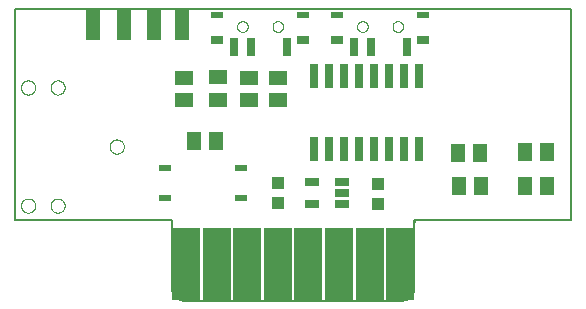
<source format=gtp>
G75*
%MOIN*%
%OFA0B0*%
%FSLAX25Y25*%
%IPPOS*%
%LPD*%
%AMOC8*
5,1,8,0,0,1.08239X$1,22.5*
%
%ADD10C,0.00004*%
%ADD11C,0.00600*%
%ADD12R,0.02600X0.08000*%
%ADD13C,0.00000*%
%ADD14R,0.03937X0.02362*%
%ADD15R,0.05118X0.06299*%
%ADD16R,0.06299X0.05118*%
%ADD17R,0.02756X0.05906*%
%ADD18R,0.03937X0.03150*%
%ADD19R,0.05000X0.10000*%
%ADD20R,0.09449X0.23976*%
%ADD21R,0.04724X0.02717*%
%ADD22R,0.03937X0.04331*%
D10*
X0145979Y0053933D02*
X0145891Y0054433D01*
D11*
X0065091Y0054433D02*
X0065091Y0032433D01*
X0065079Y0032301D01*
X0065072Y0032169D01*
X0065068Y0032036D01*
X0065069Y0031904D01*
X0065073Y0031771D01*
X0065081Y0031639D01*
X0065093Y0031507D01*
X0065109Y0031375D01*
X0065129Y0031244D01*
X0065153Y0031114D01*
X0065181Y0030984D01*
X0065212Y0030855D01*
X0065248Y0030727D01*
X0065287Y0030601D01*
X0065330Y0030475D01*
X0065376Y0030351D01*
X0065426Y0030229D01*
X0065480Y0030107D01*
X0065538Y0029988D01*
X0065598Y0029870D01*
X0065663Y0029754D01*
X0065731Y0029640D01*
X0065802Y0029528D01*
X0065876Y0029419D01*
X0065954Y0029311D01*
X0066034Y0029206D01*
X0066118Y0029103D01*
X0066205Y0029003D01*
X0066295Y0028906D01*
X0066387Y0028811D01*
X0066483Y0028719D01*
X0066581Y0028630D01*
X0066682Y0028543D01*
X0066785Y0028460D01*
X0066890Y0028380D01*
X0066998Y0028303D01*
X0067108Y0028229D01*
X0067221Y0028159D01*
X0067335Y0028092D01*
X0067451Y0028028D01*
X0067570Y0027968D01*
X0067689Y0027911D01*
X0067811Y0027858D01*
X0067934Y0027809D01*
X0068058Y0027763D01*
X0068184Y0027721D01*
X0068311Y0027682D01*
X0068439Y0027648D01*
X0068568Y0027617D01*
X0068698Y0027590D01*
X0068828Y0027567D01*
X0068959Y0027548D01*
X0069091Y0027533D01*
X0141891Y0027533D01*
X0142023Y0027548D01*
X0142154Y0027567D01*
X0142284Y0027590D01*
X0142414Y0027617D01*
X0142543Y0027648D01*
X0142671Y0027682D01*
X0142798Y0027721D01*
X0142924Y0027763D01*
X0143048Y0027809D01*
X0143171Y0027858D01*
X0143293Y0027911D01*
X0143412Y0027968D01*
X0143531Y0028028D01*
X0143647Y0028092D01*
X0143761Y0028159D01*
X0143874Y0028229D01*
X0143984Y0028303D01*
X0144092Y0028380D01*
X0144197Y0028460D01*
X0144300Y0028543D01*
X0144401Y0028630D01*
X0144499Y0028719D01*
X0144595Y0028811D01*
X0144687Y0028906D01*
X0144777Y0029003D01*
X0144864Y0029103D01*
X0144948Y0029206D01*
X0145028Y0029311D01*
X0145106Y0029419D01*
X0145180Y0029528D01*
X0145251Y0029640D01*
X0145319Y0029754D01*
X0145384Y0029870D01*
X0145444Y0029988D01*
X0145502Y0030107D01*
X0145556Y0030229D01*
X0145606Y0030351D01*
X0145652Y0030475D01*
X0145695Y0030601D01*
X0145734Y0030727D01*
X0145770Y0030855D01*
X0145801Y0030984D01*
X0145829Y0031114D01*
X0145853Y0031244D01*
X0145873Y0031375D01*
X0145889Y0031507D01*
X0145901Y0031639D01*
X0145909Y0031771D01*
X0145913Y0031904D01*
X0145914Y0032036D01*
X0145910Y0032169D01*
X0145903Y0032301D01*
X0145891Y0032433D01*
X0145891Y0054433D01*
X0198241Y0054433D01*
X0198241Y0124933D01*
X0012741Y0124933D01*
X0012741Y0054433D01*
X0065091Y0054433D01*
D12*
X0112291Y0078233D03*
X0117291Y0078233D03*
X0122291Y0078233D03*
X0127291Y0078233D03*
X0132291Y0078233D03*
X0137291Y0078233D03*
X0142291Y0078233D03*
X0147291Y0078233D03*
X0147291Y0102433D03*
X0142291Y0102433D03*
X0137291Y0102433D03*
X0132291Y0102433D03*
X0127291Y0102433D03*
X0122291Y0102433D03*
X0117291Y0102433D03*
X0112291Y0102433D03*
D13*
X0098624Y0118933D02*
X0098626Y0119017D01*
X0098632Y0119100D01*
X0098642Y0119183D01*
X0098656Y0119266D01*
X0098673Y0119348D01*
X0098695Y0119429D01*
X0098720Y0119508D01*
X0098749Y0119587D01*
X0098782Y0119664D01*
X0098818Y0119739D01*
X0098858Y0119813D01*
X0098901Y0119885D01*
X0098948Y0119954D01*
X0098998Y0120021D01*
X0099051Y0120086D01*
X0099107Y0120148D01*
X0099165Y0120208D01*
X0099227Y0120265D01*
X0099291Y0120318D01*
X0099358Y0120369D01*
X0099427Y0120416D01*
X0099498Y0120461D01*
X0099571Y0120501D01*
X0099646Y0120538D01*
X0099723Y0120572D01*
X0099801Y0120602D01*
X0099880Y0120628D01*
X0099961Y0120651D01*
X0100043Y0120669D01*
X0100125Y0120684D01*
X0100208Y0120695D01*
X0100291Y0120702D01*
X0100375Y0120705D01*
X0100459Y0120704D01*
X0100542Y0120699D01*
X0100626Y0120690D01*
X0100708Y0120677D01*
X0100790Y0120661D01*
X0100871Y0120640D01*
X0100952Y0120616D01*
X0101030Y0120588D01*
X0101108Y0120556D01*
X0101184Y0120520D01*
X0101258Y0120481D01*
X0101330Y0120439D01*
X0101400Y0120393D01*
X0101468Y0120344D01*
X0101533Y0120292D01*
X0101596Y0120237D01*
X0101656Y0120179D01*
X0101714Y0120118D01*
X0101768Y0120054D01*
X0101820Y0119988D01*
X0101868Y0119920D01*
X0101913Y0119849D01*
X0101954Y0119776D01*
X0101993Y0119702D01*
X0102027Y0119626D01*
X0102058Y0119548D01*
X0102085Y0119469D01*
X0102109Y0119388D01*
X0102128Y0119307D01*
X0102144Y0119225D01*
X0102156Y0119142D01*
X0102164Y0119058D01*
X0102168Y0118975D01*
X0102168Y0118891D01*
X0102164Y0118808D01*
X0102156Y0118724D01*
X0102144Y0118641D01*
X0102128Y0118559D01*
X0102109Y0118478D01*
X0102085Y0118397D01*
X0102058Y0118318D01*
X0102027Y0118240D01*
X0101993Y0118164D01*
X0101954Y0118090D01*
X0101913Y0118017D01*
X0101868Y0117946D01*
X0101820Y0117878D01*
X0101768Y0117812D01*
X0101714Y0117748D01*
X0101656Y0117687D01*
X0101596Y0117629D01*
X0101533Y0117574D01*
X0101468Y0117522D01*
X0101400Y0117473D01*
X0101330Y0117427D01*
X0101258Y0117385D01*
X0101184Y0117346D01*
X0101108Y0117310D01*
X0101030Y0117278D01*
X0100952Y0117250D01*
X0100871Y0117226D01*
X0100790Y0117205D01*
X0100708Y0117189D01*
X0100626Y0117176D01*
X0100542Y0117167D01*
X0100459Y0117162D01*
X0100375Y0117161D01*
X0100291Y0117164D01*
X0100208Y0117171D01*
X0100125Y0117182D01*
X0100043Y0117197D01*
X0099961Y0117215D01*
X0099880Y0117238D01*
X0099801Y0117264D01*
X0099723Y0117294D01*
X0099646Y0117328D01*
X0099571Y0117365D01*
X0099498Y0117405D01*
X0099427Y0117450D01*
X0099358Y0117497D01*
X0099291Y0117548D01*
X0099227Y0117601D01*
X0099165Y0117658D01*
X0099107Y0117718D01*
X0099051Y0117780D01*
X0098998Y0117845D01*
X0098948Y0117912D01*
X0098901Y0117981D01*
X0098858Y0118053D01*
X0098818Y0118127D01*
X0098782Y0118202D01*
X0098749Y0118279D01*
X0098720Y0118358D01*
X0098695Y0118437D01*
X0098673Y0118518D01*
X0098656Y0118600D01*
X0098642Y0118683D01*
X0098632Y0118766D01*
X0098626Y0118849D01*
X0098624Y0118933D01*
X0086813Y0118933D02*
X0086815Y0119017D01*
X0086821Y0119100D01*
X0086831Y0119183D01*
X0086845Y0119266D01*
X0086862Y0119348D01*
X0086884Y0119429D01*
X0086909Y0119508D01*
X0086938Y0119587D01*
X0086971Y0119664D01*
X0087007Y0119739D01*
X0087047Y0119813D01*
X0087090Y0119885D01*
X0087137Y0119954D01*
X0087187Y0120021D01*
X0087240Y0120086D01*
X0087296Y0120148D01*
X0087354Y0120208D01*
X0087416Y0120265D01*
X0087480Y0120318D01*
X0087547Y0120369D01*
X0087616Y0120416D01*
X0087687Y0120461D01*
X0087760Y0120501D01*
X0087835Y0120538D01*
X0087912Y0120572D01*
X0087990Y0120602D01*
X0088069Y0120628D01*
X0088150Y0120651D01*
X0088232Y0120669D01*
X0088314Y0120684D01*
X0088397Y0120695D01*
X0088480Y0120702D01*
X0088564Y0120705D01*
X0088648Y0120704D01*
X0088731Y0120699D01*
X0088815Y0120690D01*
X0088897Y0120677D01*
X0088979Y0120661D01*
X0089060Y0120640D01*
X0089141Y0120616D01*
X0089219Y0120588D01*
X0089297Y0120556D01*
X0089373Y0120520D01*
X0089447Y0120481D01*
X0089519Y0120439D01*
X0089589Y0120393D01*
X0089657Y0120344D01*
X0089722Y0120292D01*
X0089785Y0120237D01*
X0089845Y0120179D01*
X0089903Y0120118D01*
X0089957Y0120054D01*
X0090009Y0119988D01*
X0090057Y0119920D01*
X0090102Y0119849D01*
X0090143Y0119776D01*
X0090182Y0119702D01*
X0090216Y0119626D01*
X0090247Y0119548D01*
X0090274Y0119469D01*
X0090298Y0119388D01*
X0090317Y0119307D01*
X0090333Y0119225D01*
X0090345Y0119142D01*
X0090353Y0119058D01*
X0090357Y0118975D01*
X0090357Y0118891D01*
X0090353Y0118808D01*
X0090345Y0118724D01*
X0090333Y0118641D01*
X0090317Y0118559D01*
X0090298Y0118478D01*
X0090274Y0118397D01*
X0090247Y0118318D01*
X0090216Y0118240D01*
X0090182Y0118164D01*
X0090143Y0118090D01*
X0090102Y0118017D01*
X0090057Y0117946D01*
X0090009Y0117878D01*
X0089957Y0117812D01*
X0089903Y0117748D01*
X0089845Y0117687D01*
X0089785Y0117629D01*
X0089722Y0117574D01*
X0089657Y0117522D01*
X0089589Y0117473D01*
X0089519Y0117427D01*
X0089447Y0117385D01*
X0089373Y0117346D01*
X0089297Y0117310D01*
X0089219Y0117278D01*
X0089141Y0117250D01*
X0089060Y0117226D01*
X0088979Y0117205D01*
X0088897Y0117189D01*
X0088815Y0117176D01*
X0088731Y0117167D01*
X0088648Y0117162D01*
X0088564Y0117161D01*
X0088480Y0117164D01*
X0088397Y0117171D01*
X0088314Y0117182D01*
X0088232Y0117197D01*
X0088150Y0117215D01*
X0088069Y0117238D01*
X0087990Y0117264D01*
X0087912Y0117294D01*
X0087835Y0117328D01*
X0087760Y0117365D01*
X0087687Y0117405D01*
X0087616Y0117450D01*
X0087547Y0117497D01*
X0087480Y0117548D01*
X0087416Y0117601D01*
X0087354Y0117658D01*
X0087296Y0117718D01*
X0087240Y0117780D01*
X0087187Y0117845D01*
X0087137Y0117912D01*
X0087090Y0117981D01*
X0087047Y0118053D01*
X0087007Y0118127D01*
X0086971Y0118202D01*
X0086938Y0118279D01*
X0086909Y0118358D01*
X0086884Y0118437D01*
X0086862Y0118518D01*
X0086845Y0118600D01*
X0086831Y0118683D01*
X0086821Y0118766D01*
X0086815Y0118849D01*
X0086813Y0118933D01*
X0126813Y0118933D02*
X0126815Y0119017D01*
X0126821Y0119100D01*
X0126831Y0119183D01*
X0126845Y0119266D01*
X0126862Y0119348D01*
X0126884Y0119429D01*
X0126909Y0119508D01*
X0126938Y0119587D01*
X0126971Y0119664D01*
X0127007Y0119739D01*
X0127047Y0119813D01*
X0127090Y0119885D01*
X0127137Y0119954D01*
X0127187Y0120021D01*
X0127240Y0120086D01*
X0127296Y0120148D01*
X0127354Y0120208D01*
X0127416Y0120265D01*
X0127480Y0120318D01*
X0127547Y0120369D01*
X0127616Y0120416D01*
X0127687Y0120461D01*
X0127760Y0120501D01*
X0127835Y0120538D01*
X0127912Y0120572D01*
X0127990Y0120602D01*
X0128069Y0120628D01*
X0128150Y0120651D01*
X0128232Y0120669D01*
X0128314Y0120684D01*
X0128397Y0120695D01*
X0128480Y0120702D01*
X0128564Y0120705D01*
X0128648Y0120704D01*
X0128731Y0120699D01*
X0128815Y0120690D01*
X0128897Y0120677D01*
X0128979Y0120661D01*
X0129060Y0120640D01*
X0129141Y0120616D01*
X0129219Y0120588D01*
X0129297Y0120556D01*
X0129373Y0120520D01*
X0129447Y0120481D01*
X0129519Y0120439D01*
X0129589Y0120393D01*
X0129657Y0120344D01*
X0129722Y0120292D01*
X0129785Y0120237D01*
X0129845Y0120179D01*
X0129903Y0120118D01*
X0129957Y0120054D01*
X0130009Y0119988D01*
X0130057Y0119920D01*
X0130102Y0119849D01*
X0130143Y0119776D01*
X0130182Y0119702D01*
X0130216Y0119626D01*
X0130247Y0119548D01*
X0130274Y0119469D01*
X0130298Y0119388D01*
X0130317Y0119307D01*
X0130333Y0119225D01*
X0130345Y0119142D01*
X0130353Y0119058D01*
X0130357Y0118975D01*
X0130357Y0118891D01*
X0130353Y0118808D01*
X0130345Y0118724D01*
X0130333Y0118641D01*
X0130317Y0118559D01*
X0130298Y0118478D01*
X0130274Y0118397D01*
X0130247Y0118318D01*
X0130216Y0118240D01*
X0130182Y0118164D01*
X0130143Y0118090D01*
X0130102Y0118017D01*
X0130057Y0117946D01*
X0130009Y0117878D01*
X0129957Y0117812D01*
X0129903Y0117748D01*
X0129845Y0117687D01*
X0129785Y0117629D01*
X0129722Y0117574D01*
X0129657Y0117522D01*
X0129589Y0117473D01*
X0129519Y0117427D01*
X0129447Y0117385D01*
X0129373Y0117346D01*
X0129297Y0117310D01*
X0129219Y0117278D01*
X0129141Y0117250D01*
X0129060Y0117226D01*
X0128979Y0117205D01*
X0128897Y0117189D01*
X0128815Y0117176D01*
X0128731Y0117167D01*
X0128648Y0117162D01*
X0128564Y0117161D01*
X0128480Y0117164D01*
X0128397Y0117171D01*
X0128314Y0117182D01*
X0128232Y0117197D01*
X0128150Y0117215D01*
X0128069Y0117238D01*
X0127990Y0117264D01*
X0127912Y0117294D01*
X0127835Y0117328D01*
X0127760Y0117365D01*
X0127687Y0117405D01*
X0127616Y0117450D01*
X0127547Y0117497D01*
X0127480Y0117548D01*
X0127416Y0117601D01*
X0127354Y0117658D01*
X0127296Y0117718D01*
X0127240Y0117780D01*
X0127187Y0117845D01*
X0127137Y0117912D01*
X0127090Y0117981D01*
X0127047Y0118053D01*
X0127007Y0118127D01*
X0126971Y0118202D01*
X0126938Y0118279D01*
X0126909Y0118358D01*
X0126884Y0118437D01*
X0126862Y0118518D01*
X0126845Y0118600D01*
X0126831Y0118683D01*
X0126821Y0118766D01*
X0126815Y0118849D01*
X0126813Y0118933D01*
X0138624Y0118933D02*
X0138626Y0119017D01*
X0138632Y0119100D01*
X0138642Y0119183D01*
X0138656Y0119266D01*
X0138673Y0119348D01*
X0138695Y0119429D01*
X0138720Y0119508D01*
X0138749Y0119587D01*
X0138782Y0119664D01*
X0138818Y0119739D01*
X0138858Y0119813D01*
X0138901Y0119885D01*
X0138948Y0119954D01*
X0138998Y0120021D01*
X0139051Y0120086D01*
X0139107Y0120148D01*
X0139165Y0120208D01*
X0139227Y0120265D01*
X0139291Y0120318D01*
X0139358Y0120369D01*
X0139427Y0120416D01*
X0139498Y0120461D01*
X0139571Y0120501D01*
X0139646Y0120538D01*
X0139723Y0120572D01*
X0139801Y0120602D01*
X0139880Y0120628D01*
X0139961Y0120651D01*
X0140043Y0120669D01*
X0140125Y0120684D01*
X0140208Y0120695D01*
X0140291Y0120702D01*
X0140375Y0120705D01*
X0140459Y0120704D01*
X0140542Y0120699D01*
X0140626Y0120690D01*
X0140708Y0120677D01*
X0140790Y0120661D01*
X0140871Y0120640D01*
X0140952Y0120616D01*
X0141030Y0120588D01*
X0141108Y0120556D01*
X0141184Y0120520D01*
X0141258Y0120481D01*
X0141330Y0120439D01*
X0141400Y0120393D01*
X0141468Y0120344D01*
X0141533Y0120292D01*
X0141596Y0120237D01*
X0141656Y0120179D01*
X0141714Y0120118D01*
X0141768Y0120054D01*
X0141820Y0119988D01*
X0141868Y0119920D01*
X0141913Y0119849D01*
X0141954Y0119776D01*
X0141993Y0119702D01*
X0142027Y0119626D01*
X0142058Y0119548D01*
X0142085Y0119469D01*
X0142109Y0119388D01*
X0142128Y0119307D01*
X0142144Y0119225D01*
X0142156Y0119142D01*
X0142164Y0119058D01*
X0142168Y0118975D01*
X0142168Y0118891D01*
X0142164Y0118808D01*
X0142156Y0118724D01*
X0142144Y0118641D01*
X0142128Y0118559D01*
X0142109Y0118478D01*
X0142085Y0118397D01*
X0142058Y0118318D01*
X0142027Y0118240D01*
X0141993Y0118164D01*
X0141954Y0118090D01*
X0141913Y0118017D01*
X0141868Y0117946D01*
X0141820Y0117878D01*
X0141768Y0117812D01*
X0141714Y0117748D01*
X0141656Y0117687D01*
X0141596Y0117629D01*
X0141533Y0117574D01*
X0141468Y0117522D01*
X0141400Y0117473D01*
X0141330Y0117427D01*
X0141258Y0117385D01*
X0141184Y0117346D01*
X0141108Y0117310D01*
X0141030Y0117278D01*
X0140952Y0117250D01*
X0140871Y0117226D01*
X0140790Y0117205D01*
X0140708Y0117189D01*
X0140626Y0117176D01*
X0140542Y0117167D01*
X0140459Y0117162D01*
X0140375Y0117161D01*
X0140291Y0117164D01*
X0140208Y0117171D01*
X0140125Y0117182D01*
X0140043Y0117197D01*
X0139961Y0117215D01*
X0139880Y0117238D01*
X0139801Y0117264D01*
X0139723Y0117294D01*
X0139646Y0117328D01*
X0139571Y0117365D01*
X0139498Y0117405D01*
X0139427Y0117450D01*
X0139358Y0117497D01*
X0139291Y0117548D01*
X0139227Y0117601D01*
X0139165Y0117658D01*
X0139107Y0117718D01*
X0139051Y0117780D01*
X0138998Y0117845D01*
X0138948Y0117912D01*
X0138901Y0117981D01*
X0138858Y0118053D01*
X0138818Y0118127D01*
X0138782Y0118202D01*
X0138749Y0118279D01*
X0138720Y0118358D01*
X0138695Y0118437D01*
X0138673Y0118518D01*
X0138656Y0118600D01*
X0138642Y0118683D01*
X0138632Y0118766D01*
X0138626Y0118849D01*
X0138624Y0118933D01*
X0044314Y0078933D02*
X0044316Y0079030D01*
X0044322Y0079127D01*
X0044332Y0079223D01*
X0044346Y0079319D01*
X0044364Y0079415D01*
X0044385Y0079509D01*
X0044411Y0079603D01*
X0044440Y0079695D01*
X0044474Y0079786D01*
X0044510Y0079876D01*
X0044551Y0079964D01*
X0044595Y0080050D01*
X0044643Y0080135D01*
X0044694Y0080217D01*
X0044748Y0080298D01*
X0044806Y0080376D01*
X0044867Y0080451D01*
X0044930Y0080524D01*
X0044997Y0080595D01*
X0045067Y0080662D01*
X0045139Y0080727D01*
X0045214Y0080788D01*
X0045292Y0080847D01*
X0045371Y0080902D01*
X0045453Y0080954D01*
X0045537Y0081002D01*
X0045623Y0081047D01*
X0045711Y0081089D01*
X0045800Y0081127D01*
X0045891Y0081161D01*
X0045983Y0081191D01*
X0046076Y0081218D01*
X0046171Y0081240D01*
X0046266Y0081259D01*
X0046362Y0081274D01*
X0046458Y0081285D01*
X0046555Y0081292D01*
X0046652Y0081295D01*
X0046749Y0081294D01*
X0046846Y0081289D01*
X0046942Y0081280D01*
X0047038Y0081267D01*
X0047134Y0081250D01*
X0047229Y0081229D01*
X0047322Y0081205D01*
X0047415Y0081176D01*
X0047507Y0081144D01*
X0047597Y0081108D01*
X0047685Y0081069D01*
X0047772Y0081025D01*
X0047857Y0080979D01*
X0047940Y0080928D01*
X0048021Y0080875D01*
X0048099Y0080818D01*
X0048176Y0080758D01*
X0048249Y0080695D01*
X0048320Y0080629D01*
X0048388Y0080560D01*
X0048454Y0080488D01*
X0048516Y0080414D01*
X0048575Y0080337D01*
X0048631Y0080258D01*
X0048684Y0080176D01*
X0048734Y0080093D01*
X0048779Y0080007D01*
X0048822Y0079920D01*
X0048861Y0079831D01*
X0048896Y0079741D01*
X0048927Y0079649D01*
X0048954Y0079556D01*
X0048978Y0079462D01*
X0048998Y0079367D01*
X0049014Y0079271D01*
X0049026Y0079175D01*
X0049034Y0079078D01*
X0049038Y0078981D01*
X0049038Y0078885D01*
X0049034Y0078788D01*
X0049026Y0078691D01*
X0049014Y0078595D01*
X0048998Y0078499D01*
X0048978Y0078404D01*
X0048954Y0078310D01*
X0048927Y0078217D01*
X0048896Y0078125D01*
X0048861Y0078035D01*
X0048822Y0077946D01*
X0048779Y0077859D01*
X0048734Y0077773D01*
X0048684Y0077690D01*
X0048631Y0077608D01*
X0048575Y0077529D01*
X0048516Y0077452D01*
X0048454Y0077378D01*
X0048388Y0077306D01*
X0048320Y0077237D01*
X0048249Y0077171D01*
X0048176Y0077108D01*
X0048099Y0077048D01*
X0048021Y0076991D01*
X0047940Y0076938D01*
X0047857Y0076887D01*
X0047772Y0076841D01*
X0047685Y0076797D01*
X0047597Y0076758D01*
X0047507Y0076722D01*
X0047415Y0076690D01*
X0047322Y0076661D01*
X0047229Y0076637D01*
X0047134Y0076616D01*
X0047038Y0076599D01*
X0046942Y0076586D01*
X0046846Y0076577D01*
X0046749Y0076572D01*
X0046652Y0076571D01*
X0046555Y0076574D01*
X0046458Y0076581D01*
X0046362Y0076592D01*
X0046266Y0076607D01*
X0046171Y0076626D01*
X0046076Y0076648D01*
X0045983Y0076675D01*
X0045891Y0076705D01*
X0045800Y0076739D01*
X0045711Y0076777D01*
X0045623Y0076819D01*
X0045537Y0076864D01*
X0045453Y0076912D01*
X0045371Y0076964D01*
X0045292Y0077019D01*
X0045214Y0077078D01*
X0045139Y0077139D01*
X0045067Y0077204D01*
X0044997Y0077271D01*
X0044930Y0077342D01*
X0044867Y0077415D01*
X0044806Y0077490D01*
X0044748Y0077568D01*
X0044694Y0077649D01*
X0044643Y0077731D01*
X0044595Y0077816D01*
X0044551Y0077902D01*
X0044510Y0077990D01*
X0044474Y0078080D01*
X0044440Y0078171D01*
X0044411Y0078263D01*
X0044385Y0078357D01*
X0044364Y0078451D01*
X0044346Y0078547D01*
X0044332Y0078643D01*
X0044322Y0078739D01*
X0044316Y0078836D01*
X0044314Y0078933D01*
X0024629Y0059248D02*
X0024631Y0059345D01*
X0024637Y0059442D01*
X0024647Y0059538D01*
X0024661Y0059634D01*
X0024679Y0059730D01*
X0024700Y0059824D01*
X0024726Y0059918D01*
X0024755Y0060010D01*
X0024789Y0060101D01*
X0024825Y0060191D01*
X0024866Y0060279D01*
X0024910Y0060365D01*
X0024958Y0060450D01*
X0025009Y0060532D01*
X0025063Y0060613D01*
X0025121Y0060691D01*
X0025182Y0060766D01*
X0025245Y0060839D01*
X0025312Y0060910D01*
X0025382Y0060977D01*
X0025454Y0061042D01*
X0025529Y0061103D01*
X0025607Y0061162D01*
X0025686Y0061217D01*
X0025768Y0061269D01*
X0025852Y0061317D01*
X0025938Y0061362D01*
X0026026Y0061404D01*
X0026115Y0061442D01*
X0026206Y0061476D01*
X0026298Y0061506D01*
X0026391Y0061533D01*
X0026486Y0061555D01*
X0026581Y0061574D01*
X0026677Y0061589D01*
X0026773Y0061600D01*
X0026870Y0061607D01*
X0026967Y0061610D01*
X0027064Y0061609D01*
X0027161Y0061604D01*
X0027257Y0061595D01*
X0027353Y0061582D01*
X0027449Y0061565D01*
X0027544Y0061544D01*
X0027637Y0061520D01*
X0027730Y0061491D01*
X0027822Y0061459D01*
X0027912Y0061423D01*
X0028000Y0061384D01*
X0028087Y0061340D01*
X0028172Y0061294D01*
X0028255Y0061243D01*
X0028336Y0061190D01*
X0028414Y0061133D01*
X0028491Y0061073D01*
X0028564Y0061010D01*
X0028635Y0060944D01*
X0028703Y0060875D01*
X0028769Y0060803D01*
X0028831Y0060729D01*
X0028890Y0060652D01*
X0028946Y0060573D01*
X0028999Y0060491D01*
X0029049Y0060408D01*
X0029094Y0060322D01*
X0029137Y0060235D01*
X0029176Y0060146D01*
X0029211Y0060056D01*
X0029242Y0059964D01*
X0029269Y0059871D01*
X0029293Y0059777D01*
X0029313Y0059682D01*
X0029329Y0059586D01*
X0029341Y0059490D01*
X0029349Y0059393D01*
X0029353Y0059296D01*
X0029353Y0059200D01*
X0029349Y0059103D01*
X0029341Y0059006D01*
X0029329Y0058910D01*
X0029313Y0058814D01*
X0029293Y0058719D01*
X0029269Y0058625D01*
X0029242Y0058532D01*
X0029211Y0058440D01*
X0029176Y0058350D01*
X0029137Y0058261D01*
X0029094Y0058174D01*
X0029049Y0058088D01*
X0028999Y0058005D01*
X0028946Y0057923D01*
X0028890Y0057844D01*
X0028831Y0057767D01*
X0028769Y0057693D01*
X0028703Y0057621D01*
X0028635Y0057552D01*
X0028564Y0057486D01*
X0028491Y0057423D01*
X0028414Y0057363D01*
X0028336Y0057306D01*
X0028255Y0057253D01*
X0028172Y0057202D01*
X0028087Y0057156D01*
X0028000Y0057112D01*
X0027912Y0057073D01*
X0027822Y0057037D01*
X0027730Y0057005D01*
X0027637Y0056976D01*
X0027544Y0056952D01*
X0027449Y0056931D01*
X0027353Y0056914D01*
X0027257Y0056901D01*
X0027161Y0056892D01*
X0027064Y0056887D01*
X0026967Y0056886D01*
X0026870Y0056889D01*
X0026773Y0056896D01*
X0026677Y0056907D01*
X0026581Y0056922D01*
X0026486Y0056941D01*
X0026391Y0056963D01*
X0026298Y0056990D01*
X0026206Y0057020D01*
X0026115Y0057054D01*
X0026026Y0057092D01*
X0025938Y0057134D01*
X0025852Y0057179D01*
X0025768Y0057227D01*
X0025686Y0057279D01*
X0025607Y0057334D01*
X0025529Y0057393D01*
X0025454Y0057454D01*
X0025382Y0057519D01*
X0025312Y0057586D01*
X0025245Y0057657D01*
X0025182Y0057730D01*
X0025121Y0057805D01*
X0025063Y0057883D01*
X0025009Y0057964D01*
X0024958Y0058046D01*
X0024910Y0058131D01*
X0024866Y0058217D01*
X0024825Y0058305D01*
X0024789Y0058395D01*
X0024755Y0058486D01*
X0024726Y0058578D01*
X0024700Y0058672D01*
X0024679Y0058766D01*
X0024661Y0058862D01*
X0024647Y0058958D01*
X0024637Y0059054D01*
X0024631Y0059151D01*
X0024629Y0059248D01*
X0014786Y0059248D02*
X0014788Y0059345D01*
X0014794Y0059442D01*
X0014804Y0059538D01*
X0014818Y0059634D01*
X0014836Y0059730D01*
X0014857Y0059824D01*
X0014883Y0059918D01*
X0014912Y0060010D01*
X0014946Y0060101D01*
X0014982Y0060191D01*
X0015023Y0060279D01*
X0015067Y0060365D01*
X0015115Y0060450D01*
X0015166Y0060532D01*
X0015220Y0060613D01*
X0015278Y0060691D01*
X0015339Y0060766D01*
X0015402Y0060839D01*
X0015469Y0060910D01*
X0015539Y0060977D01*
X0015611Y0061042D01*
X0015686Y0061103D01*
X0015764Y0061162D01*
X0015843Y0061217D01*
X0015925Y0061269D01*
X0016009Y0061317D01*
X0016095Y0061362D01*
X0016183Y0061404D01*
X0016272Y0061442D01*
X0016363Y0061476D01*
X0016455Y0061506D01*
X0016548Y0061533D01*
X0016643Y0061555D01*
X0016738Y0061574D01*
X0016834Y0061589D01*
X0016930Y0061600D01*
X0017027Y0061607D01*
X0017124Y0061610D01*
X0017221Y0061609D01*
X0017318Y0061604D01*
X0017414Y0061595D01*
X0017510Y0061582D01*
X0017606Y0061565D01*
X0017701Y0061544D01*
X0017794Y0061520D01*
X0017887Y0061491D01*
X0017979Y0061459D01*
X0018069Y0061423D01*
X0018157Y0061384D01*
X0018244Y0061340D01*
X0018329Y0061294D01*
X0018412Y0061243D01*
X0018493Y0061190D01*
X0018571Y0061133D01*
X0018648Y0061073D01*
X0018721Y0061010D01*
X0018792Y0060944D01*
X0018860Y0060875D01*
X0018926Y0060803D01*
X0018988Y0060729D01*
X0019047Y0060652D01*
X0019103Y0060573D01*
X0019156Y0060491D01*
X0019206Y0060408D01*
X0019251Y0060322D01*
X0019294Y0060235D01*
X0019333Y0060146D01*
X0019368Y0060056D01*
X0019399Y0059964D01*
X0019426Y0059871D01*
X0019450Y0059777D01*
X0019470Y0059682D01*
X0019486Y0059586D01*
X0019498Y0059490D01*
X0019506Y0059393D01*
X0019510Y0059296D01*
X0019510Y0059200D01*
X0019506Y0059103D01*
X0019498Y0059006D01*
X0019486Y0058910D01*
X0019470Y0058814D01*
X0019450Y0058719D01*
X0019426Y0058625D01*
X0019399Y0058532D01*
X0019368Y0058440D01*
X0019333Y0058350D01*
X0019294Y0058261D01*
X0019251Y0058174D01*
X0019206Y0058088D01*
X0019156Y0058005D01*
X0019103Y0057923D01*
X0019047Y0057844D01*
X0018988Y0057767D01*
X0018926Y0057693D01*
X0018860Y0057621D01*
X0018792Y0057552D01*
X0018721Y0057486D01*
X0018648Y0057423D01*
X0018571Y0057363D01*
X0018493Y0057306D01*
X0018412Y0057253D01*
X0018329Y0057202D01*
X0018244Y0057156D01*
X0018157Y0057112D01*
X0018069Y0057073D01*
X0017979Y0057037D01*
X0017887Y0057005D01*
X0017794Y0056976D01*
X0017701Y0056952D01*
X0017606Y0056931D01*
X0017510Y0056914D01*
X0017414Y0056901D01*
X0017318Y0056892D01*
X0017221Y0056887D01*
X0017124Y0056886D01*
X0017027Y0056889D01*
X0016930Y0056896D01*
X0016834Y0056907D01*
X0016738Y0056922D01*
X0016643Y0056941D01*
X0016548Y0056963D01*
X0016455Y0056990D01*
X0016363Y0057020D01*
X0016272Y0057054D01*
X0016183Y0057092D01*
X0016095Y0057134D01*
X0016009Y0057179D01*
X0015925Y0057227D01*
X0015843Y0057279D01*
X0015764Y0057334D01*
X0015686Y0057393D01*
X0015611Y0057454D01*
X0015539Y0057519D01*
X0015469Y0057586D01*
X0015402Y0057657D01*
X0015339Y0057730D01*
X0015278Y0057805D01*
X0015220Y0057883D01*
X0015166Y0057964D01*
X0015115Y0058046D01*
X0015067Y0058131D01*
X0015023Y0058217D01*
X0014982Y0058305D01*
X0014946Y0058395D01*
X0014912Y0058486D01*
X0014883Y0058578D01*
X0014857Y0058672D01*
X0014836Y0058766D01*
X0014818Y0058862D01*
X0014804Y0058958D01*
X0014794Y0059054D01*
X0014788Y0059151D01*
X0014786Y0059248D01*
X0014786Y0098618D02*
X0014788Y0098715D01*
X0014794Y0098812D01*
X0014804Y0098908D01*
X0014818Y0099004D01*
X0014836Y0099100D01*
X0014857Y0099194D01*
X0014883Y0099288D01*
X0014912Y0099380D01*
X0014946Y0099471D01*
X0014982Y0099561D01*
X0015023Y0099649D01*
X0015067Y0099735D01*
X0015115Y0099820D01*
X0015166Y0099902D01*
X0015220Y0099983D01*
X0015278Y0100061D01*
X0015339Y0100136D01*
X0015402Y0100209D01*
X0015469Y0100280D01*
X0015539Y0100347D01*
X0015611Y0100412D01*
X0015686Y0100473D01*
X0015764Y0100532D01*
X0015843Y0100587D01*
X0015925Y0100639D01*
X0016009Y0100687D01*
X0016095Y0100732D01*
X0016183Y0100774D01*
X0016272Y0100812D01*
X0016363Y0100846D01*
X0016455Y0100876D01*
X0016548Y0100903D01*
X0016643Y0100925D01*
X0016738Y0100944D01*
X0016834Y0100959D01*
X0016930Y0100970D01*
X0017027Y0100977D01*
X0017124Y0100980D01*
X0017221Y0100979D01*
X0017318Y0100974D01*
X0017414Y0100965D01*
X0017510Y0100952D01*
X0017606Y0100935D01*
X0017701Y0100914D01*
X0017794Y0100890D01*
X0017887Y0100861D01*
X0017979Y0100829D01*
X0018069Y0100793D01*
X0018157Y0100754D01*
X0018244Y0100710D01*
X0018329Y0100664D01*
X0018412Y0100613D01*
X0018493Y0100560D01*
X0018571Y0100503D01*
X0018648Y0100443D01*
X0018721Y0100380D01*
X0018792Y0100314D01*
X0018860Y0100245D01*
X0018926Y0100173D01*
X0018988Y0100099D01*
X0019047Y0100022D01*
X0019103Y0099943D01*
X0019156Y0099861D01*
X0019206Y0099778D01*
X0019251Y0099692D01*
X0019294Y0099605D01*
X0019333Y0099516D01*
X0019368Y0099426D01*
X0019399Y0099334D01*
X0019426Y0099241D01*
X0019450Y0099147D01*
X0019470Y0099052D01*
X0019486Y0098956D01*
X0019498Y0098860D01*
X0019506Y0098763D01*
X0019510Y0098666D01*
X0019510Y0098570D01*
X0019506Y0098473D01*
X0019498Y0098376D01*
X0019486Y0098280D01*
X0019470Y0098184D01*
X0019450Y0098089D01*
X0019426Y0097995D01*
X0019399Y0097902D01*
X0019368Y0097810D01*
X0019333Y0097720D01*
X0019294Y0097631D01*
X0019251Y0097544D01*
X0019206Y0097458D01*
X0019156Y0097375D01*
X0019103Y0097293D01*
X0019047Y0097214D01*
X0018988Y0097137D01*
X0018926Y0097063D01*
X0018860Y0096991D01*
X0018792Y0096922D01*
X0018721Y0096856D01*
X0018648Y0096793D01*
X0018571Y0096733D01*
X0018493Y0096676D01*
X0018412Y0096623D01*
X0018329Y0096572D01*
X0018244Y0096526D01*
X0018157Y0096482D01*
X0018069Y0096443D01*
X0017979Y0096407D01*
X0017887Y0096375D01*
X0017794Y0096346D01*
X0017701Y0096322D01*
X0017606Y0096301D01*
X0017510Y0096284D01*
X0017414Y0096271D01*
X0017318Y0096262D01*
X0017221Y0096257D01*
X0017124Y0096256D01*
X0017027Y0096259D01*
X0016930Y0096266D01*
X0016834Y0096277D01*
X0016738Y0096292D01*
X0016643Y0096311D01*
X0016548Y0096333D01*
X0016455Y0096360D01*
X0016363Y0096390D01*
X0016272Y0096424D01*
X0016183Y0096462D01*
X0016095Y0096504D01*
X0016009Y0096549D01*
X0015925Y0096597D01*
X0015843Y0096649D01*
X0015764Y0096704D01*
X0015686Y0096763D01*
X0015611Y0096824D01*
X0015539Y0096889D01*
X0015469Y0096956D01*
X0015402Y0097027D01*
X0015339Y0097100D01*
X0015278Y0097175D01*
X0015220Y0097253D01*
X0015166Y0097334D01*
X0015115Y0097416D01*
X0015067Y0097501D01*
X0015023Y0097587D01*
X0014982Y0097675D01*
X0014946Y0097765D01*
X0014912Y0097856D01*
X0014883Y0097948D01*
X0014857Y0098042D01*
X0014836Y0098136D01*
X0014818Y0098232D01*
X0014804Y0098328D01*
X0014794Y0098424D01*
X0014788Y0098521D01*
X0014786Y0098618D01*
X0024629Y0098618D02*
X0024631Y0098715D01*
X0024637Y0098812D01*
X0024647Y0098908D01*
X0024661Y0099004D01*
X0024679Y0099100D01*
X0024700Y0099194D01*
X0024726Y0099288D01*
X0024755Y0099380D01*
X0024789Y0099471D01*
X0024825Y0099561D01*
X0024866Y0099649D01*
X0024910Y0099735D01*
X0024958Y0099820D01*
X0025009Y0099902D01*
X0025063Y0099983D01*
X0025121Y0100061D01*
X0025182Y0100136D01*
X0025245Y0100209D01*
X0025312Y0100280D01*
X0025382Y0100347D01*
X0025454Y0100412D01*
X0025529Y0100473D01*
X0025607Y0100532D01*
X0025686Y0100587D01*
X0025768Y0100639D01*
X0025852Y0100687D01*
X0025938Y0100732D01*
X0026026Y0100774D01*
X0026115Y0100812D01*
X0026206Y0100846D01*
X0026298Y0100876D01*
X0026391Y0100903D01*
X0026486Y0100925D01*
X0026581Y0100944D01*
X0026677Y0100959D01*
X0026773Y0100970D01*
X0026870Y0100977D01*
X0026967Y0100980D01*
X0027064Y0100979D01*
X0027161Y0100974D01*
X0027257Y0100965D01*
X0027353Y0100952D01*
X0027449Y0100935D01*
X0027544Y0100914D01*
X0027637Y0100890D01*
X0027730Y0100861D01*
X0027822Y0100829D01*
X0027912Y0100793D01*
X0028000Y0100754D01*
X0028087Y0100710D01*
X0028172Y0100664D01*
X0028255Y0100613D01*
X0028336Y0100560D01*
X0028414Y0100503D01*
X0028491Y0100443D01*
X0028564Y0100380D01*
X0028635Y0100314D01*
X0028703Y0100245D01*
X0028769Y0100173D01*
X0028831Y0100099D01*
X0028890Y0100022D01*
X0028946Y0099943D01*
X0028999Y0099861D01*
X0029049Y0099778D01*
X0029094Y0099692D01*
X0029137Y0099605D01*
X0029176Y0099516D01*
X0029211Y0099426D01*
X0029242Y0099334D01*
X0029269Y0099241D01*
X0029293Y0099147D01*
X0029313Y0099052D01*
X0029329Y0098956D01*
X0029341Y0098860D01*
X0029349Y0098763D01*
X0029353Y0098666D01*
X0029353Y0098570D01*
X0029349Y0098473D01*
X0029341Y0098376D01*
X0029329Y0098280D01*
X0029313Y0098184D01*
X0029293Y0098089D01*
X0029269Y0097995D01*
X0029242Y0097902D01*
X0029211Y0097810D01*
X0029176Y0097720D01*
X0029137Y0097631D01*
X0029094Y0097544D01*
X0029049Y0097458D01*
X0028999Y0097375D01*
X0028946Y0097293D01*
X0028890Y0097214D01*
X0028831Y0097137D01*
X0028769Y0097063D01*
X0028703Y0096991D01*
X0028635Y0096922D01*
X0028564Y0096856D01*
X0028491Y0096793D01*
X0028414Y0096733D01*
X0028336Y0096676D01*
X0028255Y0096623D01*
X0028172Y0096572D01*
X0028087Y0096526D01*
X0028000Y0096482D01*
X0027912Y0096443D01*
X0027822Y0096407D01*
X0027730Y0096375D01*
X0027637Y0096346D01*
X0027544Y0096322D01*
X0027449Y0096301D01*
X0027353Y0096284D01*
X0027257Y0096271D01*
X0027161Y0096262D01*
X0027064Y0096257D01*
X0026967Y0096256D01*
X0026870Y0096259D01*
X0026773Y0096266D01*
X0026677Y0096277D01*
X0026581Y0096292D01*
X0026486Y0096311D01*
X0026391Y0096333D01*
X0026298Y0096360D01*
X0026206Y0096390D01*
X0026115Y0096424D01*
X0026026Y0096462D01*
X0025938Y0096504D01*
X0025852Y0096549D01*
X0025768Y0096597D01*
X0025686Y0096649D01*
X0025607Y0096704D01*
X0025529Y0096763D01*
X0025454Y0096824D01*
X0025382Y0096889D01*
X0025312Y0096956D01*
X0025245Y0097027D01*
X0025182Y0097100D01*
X0025121Y0097175D01*
X0025063Y0097253D01*
X0025009Y0097334D01*
X0024958Y0097416D01*
X0024910Y0097501D01*
X0024866Y0097587D01*
X0024825Y0097675D01*
X0024789Y0097765D01*
X0024755Y0097856D01*
X0024726Y0097948D01*
X0024700Y0098042D01*
X0024679Y0098136D01*
X0024661Y0098232D01*
X0024647Y0098328D01*
X0024637Y0098424D01*
X0024631Y0098521D01*
X0024629Y0098618D01*
D14*
X0062698Y0071633D03*
X0062698Y0061633D03*
X0088209Y0061633D03*
X0088209Y0071633D03*
X0080120Y0122870D03*
X0108861Y0122870D03*
X0120120Y0122870D03*
X0148861Y0122870D03*
D15*
X0160350Y0076733D03*
X0167831Y0076733D03*
X0168131Y0065633D03*
X0160650Y0065633D03*
X0182750Y0065733D03*
X0190231Y0065733D03*
X0190231Y0077233D03*
X0182750Y0077233D03*
X0079931Y0080833D03*
X0072450Y0080833D03*
D16*
X0069191Y0094393D03*
X0069191Y0101873D03*
X0080591Y0101973D03*
X0080591Y0094493D03*
X0090791Y0094293D03*
X0100491Y0094293D03*
X0100491Y0101773D03*
X0090791Y0101773D03*
D17*
X0091538Y0112043D03*
X0085632Y0112043D03*
X0103349Y0112043D03*
X0125632Y0112043D03*
X0131538Y0112043D03*
X0143349Y0112043D03*
D18*
X0148861Y0114602D03*
X0120120Y0114602D03*
X0108861Y0114602D03*
X0080120Y0114602D03*
D19*
X0068491Y0119433D03*
X0058991Y0119433D03*
X0048991Y0119483D03*
X0038841Y0119383D03*
D20*
X0069802Y0039933D03*
X0079998Y0039933D03*
X0090195Y0039933D03*
X0100392Y0039933D03*
X0110589Y0039933D03*
X0120786Y0039933D03*
X0130983Y0039933D03*
X0141180Y0039933D03*
D21*
X0121941Y0059793D03*
X0121941Y0063533D03*
X0121941Y0067273D03*
X0111704Y0067273D03*
X0111704Y0059793D03*
D22*
X0100391Y0060087D03*
X0100391Y0066780D03*
X0133891Y0066480D03*
X0133891Y0059787D03*
M02*

</source>
